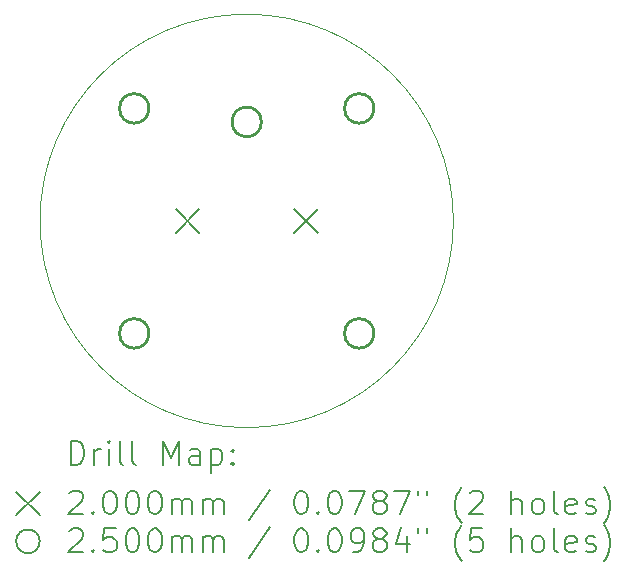
<source format=gbr>
%TF.GenerationSoftware,KiCad,Pcbnew,7.0.11+dfsg-1build4*%
%TF.CreationDate,2025-06-01T15:33:21-04:00*%
%TF.ProjectId,tek-cap-pcb,74656b2d-6361-4702-9d70-63622e6b6963,A*%
%TF.SameCoordinates,Original*%
%TF.FileFunction,Drillmap*%
%TF.FilePolarity,Positive*%
%FSLAX45Y45*%
G04 Gerber Fmt 4.5, Leading zero omitted, Abs format (unit mm)*
G04 Created by KiCad (PCBNEW 7.0.11+dfsg-1build4) date 2025-06-01 15:33:21*
%MOMM*%
%LPD*%
G01*
G04 APERTURE LIST*
%ADD10C,0.050000*%
%ADD11C,0.200000*%
%ADD12C,0.250000*%
G04 APERTURE END LIST*
D10*
X14450000Y-10160000D02*
G75*
G03*
X10950000Y-10160000I-1750000J0D01*
G01*
X10950000Y-10160000D02*
G75*
G03*
X14450000Y-10160000I1750000J0D01*
G01*
D11*
X12100000Y-10060000D02*
X12300000Y-10260000D01*
X12300000Y-10060000D02*
X12100000Y-10260000D01*
X13100000Y-10060000D02*
X13300000Y-10260000D01*
X13300000Y-10060000D02*
X13100000Y-10260000D01*
D12*
X11872500Y-9207500D02*
G75*
G03*
X11622500Y-9207500I-125000J0D01*
G01*
X11622500Y-9207500D02*
G75*
G03*
X11872500Y-9207500I125000J0D01*
G01*
X11872500Y-11112500D02*
G75*
G03*
X11622500Y-11112500I-125000J0D01*
G01*
X11622500Y-11112500D02*
G75*
G03*
X11872500Y-11112500I125000J0D01*
G01*
X12825000Y-9321800D02*
G75*
G03*
X12575000Y-9321800I-125000J0D01*
G01*
X12575000Y-9321800D02*
G75*
G03*
X12825000Y-9321800I125000J0D01*
G01*
X13777500Y-9207500D02*
G75*
G03*
X13527500Y-9207500I-125000J0D01*
G01*
X13527500Y-9207500D02*
G75*
G03*
X13777500Y-9207500I125000J0D01*
G01*
X13777500Y-11112500D02*
G75*
G03*
X13527500Y-11112500I-125000J0D01*
G01*
X13527500Y-11112500D02*
G75*
G03*
X13777500Y-11112500I125000J0D01*
G01*
D11*
X11208277Y-12223984D02*
X11208277Y-12023984D01*
X11208277Y-12023984D02*
X11255896Y-12023984D01*
X11255896Y-12023984D02*
X11284467Y-12033508D01*
X11284467Y-12033508D02*
X11303515Y-12052555D01*
X11303515Y-12052555D02*
X11313039Y-12071603D01*
X11313039Y-12071603D02*
X11322562Y-12109698D01*
X11322562Y-12109698D02*
X11322562Y-12138269D01*
X11322562Y-12138269D02*
X11313039Y-12176365D01*
X11313039Y-12176365D02*
X11303515Y-12195412D01*
X11303515Y-12195412D02*
X11284467Y-12214460D01*
X11284467Y-12214460D02*
X11255896Y-12223984D01*
X11255896Y-12223984D02*
X11208277Y-12223984D01*
X11408277Y-12223984D02*
X11408277Y-12090650D01*
X11408277Y-12128746D02*
X11417801Y-12109698D01*
X11417801Y-12109698D02*
X11427324Y-12100174D01*
X11427324Y-12100174D02*
X11446372Y-12090650D01*
X11446372Y-12090650D02*
X11465420Y-12090650D01*
X11532086Y-12223984D02*
X11532086Y-12090650D01*
X11532086Y-12023984D02*
X11522562Y-12033508D01*
X11522562Y-12033508D02*
X11532086Y-12043031D01*
X11532086Y-12043031D02*
X11541610Y-12033508D01*
X11541610Y-12033508D02*
X11532086Y-12023984D01*
X11532086Y-12023984D02*
X11532086Y-12043031D01*
X11655896Y-12223984D02*
X11636848Y-12214460D01*
X11636848Y-12214460D02*
X11627324Y-12195412D01*
X11627324Y-12195412D02*
X11627324Y-12023984D01*
X11760658Y-12223984D02*
X11741610Y-12214460D01*
X11741610Y-12214460D02*
X11732086Y-12195412D01*
X11732086Y-12195412D02*
X11732086Y-12023984D01*
X11989229Y-12223984D02*
X11989229Y-12023984D01*
X11989229Y-12023984D02*
X12055896Y-12166841D01*
X12055896Y-12166841D02*
X12122562Y-12023984D01*
X12122562Y-12023984D02*
X12122562Y-12223984D01*
X12303515Y-12223984D02*
X12303515Y-12119222D01*
X12303515Y-12119222D02*
X12293991Y-12100174D01*
X12293991Y-12100174D02*
X12274943Y-12090650D01*
X12274943Y-12090650D02*
X12236848Y-12090650D01*
X12236848Y-12090650D02*
X12217801Y-12100174D01*
X12303515Y-12214460D02*
X12284467Y-12223984D01*
X12284467Y-12223984D02*
X12236848Y-12223984D01*
X12236848Y-12223984D02*
X12217801Y-12214460D01*
X12217801Y-12214460D02*
X12208277Y-12195412D01*
X12208277Y-12195412D02*
X12208277Y-12176365D01*
X12208277Y-12176365D02*
X12217801Y-12157317D01*
X12217801Y-12157317D02*
X12236848Y-12147793D01*
X12236848Y-12147793D02*
X12284467Y-12147793D01*
X12284467Y-12147793D02*
X12303515Y-12138269D01*
X12398753Y-12090650D02*
X12398753Y-12290650D01*
X12398753Y-12100174D02*
X12417801Y-12090650D01*
X12417801Y-12090650D02*
X12455896Y-12090650D01*
X12455896Y-12090650D02*
X12474943Y-12100174D01*
X12474943Y-12100174D02*
X12484467Y-12109698D01*
X12484467Y-12109698D02*
X12493991Y-12128746D01*
X12493991Y-12128746D02*
X12493991Y-12185888D01*
X12493991Y-12185888D02*
X12484467Y-12204936D01*
X12484467Y-12204936D02*
X12474943Y-12214460D01*
X12474943Y-12214460D02*
X12455896Y-12223984D01*
X12455896Y-12223984D02*
X12417801Y-12223984D01*
X12417801Y-12223984D02*
X12398753Y-12214460D01*
X12579705Y-12204936D02*
X12589229Y-12214460D01*
X12589229Y-12214460D02*
X12579705Y-12223984D01*
X12579705Y-12223984D02*
X12570182Y-12214460D01*
X12570182Y-12214460D02*
X12579705Y-12204936D01*
X12579705Y-12204936D02*
X12579705Y-12223984D01*
X12579705Y-12100174D02*
X12589229Y-12109698D01*
X12589229Y-12109698D02*
X12579705Y-12119222D01*
X12579705Y-12119222D02*
X12570182Y-12109698D01*
X12570182Y-12109698D02*
X12579705Y-12100174D01*
X12579705Y-12100174D02*
X12579705Y-12119222D01*
X10747500Y-12452500D02*
X10947500Y-12652500D01*
X10947500Y-12452500D02*
X10747500Y-12652500D01*
X11198753Y-12463031D02*
X11208277Y-12453508D01*
X11208277Y-12453508D02*
X11227324Y-12443984D01*
X11227324Y-12443984D02*
X11274943Y-12443984D01*
X11274943Y-12443984D02*
X11293991Y-12453508D01*
X11293991Y-12453508D02*
X11303515Y-12463031D01*
X11303515Y-12463031D02*
X11313039Y-12482079D01*
X11313039Y-12482079D02*
X11313039Y-12501127D01*
X11313039Y-12501127D02*
X11303515Y-12529698D01*
X11303515Y-12529698D02*
X11189229Y-12643984D01*
X11189229Y-12643984D02*
X11313039Y-12643984D01*
X11398753Y-12624936D02*
X11408277Y-12634460D01*
X11408277Y-12634460D02*
X11398753Y-12643984D01*
X11398753Y-12643984D02*
X11389229Y-12634460D01*
X11389229Y-12634460D02*
X11398753Y-12624936D01*
X11398753Y-12624936D02*
X11398753Y-12643984D01*
X11532086Y-12443984D02*
X11551134Y-12443984D01*
X11551134Y-12443984D02*
X11570182Y-12453508D01*
X11570182Y-12453508D02*
X11579705Y-12463031D01*
X11579705Y-12463031D02*
X11589229Y-12482079D01*
X11589229Y-12482079D02*
X11598753Y-12520174D01*
X11598753Y-12520174D02*
X11598753Y-12567793D01*
X11598753Y-12567793D02*
X11589229Y-12605888D01*
X11589229Y-12605888D02*
X11579705Y-12624936D01*
X11579705Y-12624936D02*
X11570182Y-12634460D01*
X11570182Y-12634460D02*
X11551134Y-12643984D01*
X11551134Y-12643984D02*
X11532086Y-12643984D01*
X11532086Y-12643984D02*
X11513039Y-12634460D01*
X11513039Y-12634460D02*
X11503515Y-12624936D01*
X11503515Y-12624936D02*
X11493991Y-12605888D01*
X11493991Y-12605888D02*
X11484467Y-12567793D01*
X11484467Y-12567793D02*
X11484467Y-12520174D01*
X11484467Y-12520174D02*
X11493991Y-12482079D01*
X11493991Y-12482079D02*
X11503515Y-12463031D01*
X11503515Y-12463031D02*
X11513039Y-12453508D01*
X11513039Y-12453508D02*
X11532086Y-12443984D01*
X11722562Y-12443984D02*
X11741610Y-12443984D01*
X11741610Y-12443984D02*
X11760658Y-12453508D01*
X11760658Y-12453508D02*
X11770182Y-12463031D01*
X11770182Y-12463031D02*
X11779705Y-12482079D01*
X11779705Y-12482079D02*
X11789229Y-12520174D01*
X11789229Y-12520174D02*
X11789229Y-12567793D01*
X11789229Y-12567793D02*
X11779705Y-12605888D01*
X11779705Y-12605888D02*
X11770182Y-12624936D01*
X11770182Y-12624936D02*
X11760658Y-12634460D01*
X11760658Y-12634460D02*
X11741610Y-12643984D01*
X11741610Y-12643984D02*
X11722562Y-12643984D01*
X11722562Y-12643984D02*
X11703515Y-12634460D01*
X11703515Y-12634460D02*
X11693991Y-12624936D01*
X11693991Y-12624936D02*
X11684467Y-12605888D01*
X11684467Y-12605888D02*
X11674943Y-12567793D01*
X11674943Y-12567793D02*
X11674943Y-12520174D01*
X11674943Y-12520174D02*
X11684467Y-12482079D01*
X11684467Y-12482079D02*
X11693991Y-12463031D01*
X11693991Y-12463031D02*
X11703515Y-12453508D01*
X11703515Y-12453508D02*
X11722562Y-12443984D01*
X11913039Y-12443984D02*
X11932086Y-12443984D01*
X11932086Y-12443984D02*
X11951134Y-12453508D01*
X11951134Y-12453508D02*
X11960658Y-12463031D01*
X11960658Y-12463031D02*
X11970182Y-12482079D01*
X11970182Y-12482079D02*
X11979705Y-12520174D01*
X11979705Y-12520174D02*
X11979705Y-12567793D01*
X11979705Y-12567793D02*
X11970182Y-12605888D01*
X11970182Y-12605888D02*
X11960658Y-12624936D01*
X11960658Y-12624936D02*
X11951134Y-12634460D01*
X11951134Y-12634460D02*
X11932086Y-12643984D01*
X11932086Y-12643984D02*
X11913039Y-12643984D01*
X11913039Y-12643984D02*
X11893991Y-12634460D01*
X11893991Y-12634460D02*
X11884467Y-12624936D01*
X11884467Y-12624936D02*
X11874943Y-12605888D01*
X11874943Y-12605888D02*
X11865420Y-12567793D01*
X11865420Y-12567793D02*
X11865420Y-12520174D01*
X11865420Y-12520174D02*
X11874943Y-12482079D01*
X11874943Y-12482079D02*
X11884467Y-12463031D01*
X11884467Y-12463031D02*
X11893991Y-12453508D01*
X11893991Y-12453508D02*
X11913039Y-12443984D01*
X12065420Y-12643984D02*
X12065420Y-12510650D01*
X12065420Y-12529698D02*
X12074943Y-12520174D01*
X12074943Y-12520174D02*
X12093991Y-12510650D01*
X12093991Y-12510650D02*
X12122563Y-12510650D01*
X12122563Y-12510650D02*
X12141610Y-12520174D01*
X12141610Y-12520174D02*
X12151134Y-12539222D01*
X12151134Y-12539222D02*
X12151134Y-12643984D01*
X12151134Y-12539222D02*
X12160658Y-12520174D01*
X12160658Y-12520174D02*
X12179705Y-12510650D01*
X12179705Y-12510650D02*
X12208277Y-12510650D01*
X12208277Y-12510650D02*
X12227324Y-12520174D01*
X12227324Y-12520174D02*
X12236848Y-12539222D01*
X12236848Y-12539222D02*
X12236848Y-12643984D01*
X12332086Y-12643984D02*
X12332086Y-12510650D01*
X12332086Y-12529698D02*
X12341610Y-12520174D01*
X12341610Y-12520174D02*
X12360658Y-12510650D01*
X12360658Y-12510650D02*
X12389229Y-12510650D01*
X12389229Y-12510650D02*
X12408277Y-12520174D01*
X12408277Y-12520174D02*
X12417801Y-12539222D01*
X12417801Y-12539222D02*
X12417801Y-12643984D01*
X12417801Y-12539222D02*
X12427324Y-12520174D01*
X12427324Y-12520174D02*
X12446372Y-12510650D01*
X12446372Y-12510650D02*
X12474943Y-12510650D01*
X12474943Y-12510650D02*
X12493991Y-12520174D01*
X12493991Y-12520174D02*
X12503515Y-12539222D01*
X12503515Y-12539222D02*
X12503515Y-12643984D01*
X12893991Y-12434460D02*
X12722563Y-12691603D01*
X13151134Y-12443984D02*
X13170182Y-12443984D01*
X13170182Y-12443984D02*
X13189229Y-12453508D01*
X13189229Y-12453508D02*
X13198753Y-12463031D01*
X13198753Y-12463031D02*
X13208277Y-12482079D01*
X13208277Y-12482079D02*
X13217801Y-12520174D01*
X13217801Y-12520174D02*
X13217801Y-12567793D01*
X13217801Y-12567793D02*
X13208277Y-12605888D01*
X13208277Y-12605888D02*
X13198753Y-12624936D01*
X13198753Y-12624936D02*
X13189229Y-12634460D01*
X13189229Y-12634460D02*
X13170182Y-12643984D01*
X13170182Y-12643984D02*
X13151134Y-12643984D01*
X13151134Y-12643984D02*
X13132086Y-12634460D01*
X13132086Y-12634460D02*
X13122563Y-12624936D01*
X13122563Y-12624936D02*
X13113039Y-12605888D01*
X13113039Y-12605888D02*
X13103515Y-12567793D01*
X13103515Y-12567793D02*
X13103515Y-12520174D01*
X13103515Y-12520174D02*
X13113039Y-12482079D01*
X13113039Y-12482079D02*
X13122563Y-12463031D01*
X13122563Y-12463031D02*
X13132086Y-12453508D01*
X13132086Y-12453508D02*
X13151134Y-12443984D01*
X13303515Y-12624936D02*
X13313039Y-12634460D01*
X13313039Y-12634460D02*
X13303515Y-12643984D01*
X13303515Y-12643984D02*
X13293991Y-12634460D01*
X13293991Y-12634460D02*
X13303515Y-12624936D01*
X13303515Y-12624936D02*
X13303515Y-12643984D01*
X13436848Y-12443984D02*
X13455896Y-12443984D01*
X13455896Y-12443984D02*
X13474944Y-12453508D01*
X13474944Y-12453508D02*
X13484467Y-12463031D01*
X13484467Y-12463031D02*
X13493991Y-12482079D01*
X13493991Y-12482079D02*
X13503515Y-12520174D01*
X13503515Y-12520174D02*
X13503515Y-12567793D01*
X13503515Y-12567793D02*
X13493991Y-12605888D01*
X13493991Y-12605888D02*
X13484467Y-12624936D01*
X13484467Y-12624936D02*
X13474944Y-12634460D01*
X13474944Y-12634460D02*
X13455896Y-12643984D01*
X13455896Y-12643984D02*
X13436848Y-12643984D01*
X13436848Y-12643984D02*
X13417801Y-12634460D01*
X13417801Y-12634460D02*
X13408277Y-12624936D01*
X13408277Y-12624936D02*
X13398753Y-12605888D01*
X13398753Y-12605888D02*
X13389229Y-12567793D01*
X13389229Y-12567793D02*
X13389229Y-12520174D01*
X13389229Y-12520174D02*
X13398753Y-12482079D01*
X13398753Y-12482079D02*
X13408277Y-12463031D01*
X13408277Y-12463031D02*
X13417801Y-12453508D01*
X13417801Y-12453508D02*
X13436848Y-12443984D01*
X13570182Y-12443984D02*
X13703515Y-12443984D01*
X13703515Y-12443984D02*
X13617801Y-12643984D01*
X13808277Y-12529698D02*
X13789229Y-12520174D01*
X13789229Y-12520174D02*
X13779706Y-12510650D01*
X13779706Y-12510650D02*
X13770182Y-12491603D01*
X13770182Y-12491603D02*
X13770182Y-12482079D01*
X13770182Y-12482079D02*
X13779706Y-12463031D01*
X13779706Y-12463031D02*
X13789229Y-12453508D01*
X13789229Y-12453508D02*
X13808277Y-12443984D01*
X13808277Y-12443984D02*
X13846372Y-12443984D01*
X13846372Y-12443984D02*
X13865420Y-12453508D01*
X13865420Y-12453508D02*
X13874944Y-12463031D01*
X13874944Y-12463031D02*
X13884467Y-12482079D01*
X13884467Y-12482079D02*
X13884467Y-12491603D01*
X13884467Y-12491603D02*
X13874944Y-12510650D01*
X13874944Y-12510650D02*
X13865420Y-12520174D01*
X13865420Y-12520174D02*
X13846372Y-12529698D01*
X13846372Y-12529698D02*
X13808277Y-12529698D01*
X13808277Y-12529698D02*
X13789229Y-12539222D01*
X13789229Y-12539222D02*
X13779706Y-12548746D01*
X13779706Y-12548746D02*
X13770182Y-12567793D01*
X13770182Y-12567793D02*
X13770182Y-12605888D01*
X13770182Y-12605888D02*
X13779706Y-12624936D01*
X13779706Y-12624936D02*
X13789229Y-12634460D01*
X13789229Y-12634460D02*
X13808277Y-12643984D01*
X13808277Y-12643984D02*
X13846372Y-12643984D01*
X13846372Y-12643984D02*
X13865420Y-12634460D01*
X13865420Y-12634460D02*
X13874944Y-12624936D01*
X13874944Y-12624936D02*
X13884467Y-12605888D01*
X13884467Y-12605888D02*
X13884467Y-12567793D01*
X13884467Y-12567793D02*
X13874944Y-12548746D01*
X13874944Y-12548746D02*
X13865420Y-12539222D01*
X13865420Y-12539222D02*
X13846372Y-12529698D01*
X13951134Y-12443984D02*
X14084467Y-12443984D01*
X14084467Y-12443984D02*
X13998753Y-12643984D01*
X14151134Y-12443984D02*
X14151134Y-12482079D01*
X14227325Y-12443984D02*
X14227325Y-12482079D01*
X14522563Y-12720174D02*
X14513039Y-12710650D01*
X14513039Y-12710650D02*
X14493991Y-12682079D01*
X14493991Y-12682079D02*
X14484468Y-12663031D01*
X14484468Y-12663031D02*
X14474944Y-12634460D01*
X14474944Y-12634460D02*
X14465420Y-12586841D01*
X14465420Y-12586841D02*
X14465420Y-12548746D01*
X14465420Y-12548746D02*
X14474944Y-12501127D01*
X14474944Y-12501127D02*
X14484468Y-12472555D01*
X14484468Y-12472555D02*
X14493991Y-12453508D01*
X14493991Y-12453508D02*
X14513039Y-12424936D01*
X14513039Y-12424936D02*
X14522563Y-12415412D01*
X14589229Y-12463031D02*
X14598753Y-12453508D01*
X14598753Y-12453508D02*
X14617801Y-12443984D01*
X14617801Y-12443984D02*
X14665420Y-12443984D01*
X14665420Y-12443984D02*
X14684468Y-12453508D01*
X14684468Y-12453508D02*
X14693991Y-12463031D01*
X14693991Y-12463031D02*
X14703515Y-12482079D01*
X14703515Y-12482079D02*
X14703515Y-12501127D01*
X14703515Y-12501127D02*
X14693991Y-12529698D01*
X14693991Y-12529698D02*
X14579706Y-12643984D01*
X14579706Y-12643984D02*
X14703515Y-12643984D01*
X14941610Y-12643984D02*
X14941610Y-12443984D01*
X15027325Y-12643984D02*
X15027325Y-12539222D01*
X15027325Y-12539222D02*
X15017801Y-12520174D01*
X15017801Y-12520174D02*
X14998753Y-12510650D01*
X14998753Y-12510650D02*
X14970182Y-12510650D01*
X14970182Y-12510650D02*
X14951134Y-12520174D01*
X14951134Y-12520174D02*
X14941610Y-12529698D01*
X15151134Y-12643984D02*
X15132087Y-12634460D01*
X15132087Y-12634460D02*
X15122563Y-12624936D01*
X15122563Y-12624936D02*
X15113039Y-12605888D01*
X15113039Y-12605888D02*
X15113039Y-12548746D01*
X15113039Y-12548746D02*
X15122563Y-12529698D01*
X15122563Y-12529698D02*
X15132087Y-12520174D01*
X15132087Y-12520174D02*
X15151134Y-12510650D01*
X15151134Y-12510650D02*
X15179706Y-12510650D01*
X15179706Y-12510650D02*
X15198753Y-12520174D01*
X15198753Y-12520174D02*
X15208277Y-12529698D01*
X15208277Y-12529698D02*
X15217801Y-12548746D01*
X15217801Y-12548746D02*
X15217801Y-12605888D01*
X15217801Y-12605888D02*
X15208277Y-12624936D01*
X15208277Y-12624936D02*
X15198753Y-12634460D01*
X15198753Y-12634460D02*
X15179706Y-12643984D01*
X15179706Y-12643984D02*
X15151134Y-12643984D01*
X15332087Y-12643984D02*
X15313039Y-12634460D01*
X15313039Y-12634460D02*
X15303515Y-12615412D01*
X15303515Y-12615412D02*
X15303515Y-12443984D01*
X15484468Y-12634460D02*
X15465420Y-12643984D01*
X15465420Y-12643984D02*
X15427325Y-12643984D01*
X15427325Y-12643984D02*
X15408277Y-12634460D01*
X15408277Y-12634460D02*
X15398753Y-12615412D01*
X15398753Y-12615412D02*
X15398753Y-12539222D01*
X15398753Y-12539222D02*
X15408277Y-12520174D01*
X15408277Y-12520174D02*
X15427325Y-12510650D01*
X15427325Y-12510650D02*
X15465420Y-12510650D01*
X15465420Y-12510650D02*
X15484468Y-12520174D01*
X15484468Y-12520174D02*
X15493991Y-12539222D01*
X15493991Y-12539222D02*
X15493991Y-12558269D01*
X15493991Y-12558269D02*
X15398753Y-12577317D01*
X15570182Y-12634460D02*
X15589230Y-12643984D01*
X15589230Y-12643984D02*
X15627325Y-12643984D01*
X15627325Y-12643984D02*
X15646372Y-12634460D01*
X15646372Y-12634460D02*
X15655896Y-12615412D01*
X15655896Y-12615412D02*
X15655896Y-12605888D01*
X15655896Y-12605888D02*
X15646372Y-12586841D01*
X15646372Y-12586841D02*
X15627325Y-12577317D01*
X15627325Y-12577317D02*
X15598753Y-12577317D01*
X15598753Y-12577317D02*
X15579706Y-12567793D01*
X15579706Y-12567793D02*
X15570182Y-12548746D01*
X15570182Y-12548746D02*
X15570182Y-12539222D01*
X15570182Y-12539222D02*
X15579706Y-12520174D01*
X15579706Y-12520174D02*
X15598753Y-12510650D01*
X15598753Y-12510650D02*
X15627325Y-12510650D01*
X15627325Y-12510650D02*
X15646372Y-12520174D01*
X15722563Y-12720174D02*
X15732087Y-12710650D01*
X15732087Y-12710650D02*
X15751134Y-12682079D01*
X15751134Y-12682079D02*
X15760658Y-12663031D01*
X15760658Y-12663031D02*
X15770182Y-12634460D01*
X15770182Y-12634460D02*
X15779706Y-12586841D01*
X15779706Y-12586841D02*
X15779706Y-12548746D01*
X15779706Y-12548746D02*
X15770182Y-12501127D01*
X15770182Y-12501127D02*
X15760658Y-12472555D01*
X15760658Y-12472555D02*
X15751134Y-12453508D01*
X15751134Y-12453508D02*
X15732087Y-12424936D01*
X15732087Y-12424936D02*
X15722563Y-12415412D01*
X10947500Y-12872500D02*
G75*
G03*
X10747500Y-12872500I-100000J0D01*
G01*
X10747500Y-12872500D02*
G75*
G03*
X10947500Y-12872500I100000J0D01*
G01*
X11198753Y-12783031D02*
X11208277Y-12773508D01*
X11208277Y-12773508D02*
X11227324Y-12763984D01*
X11227324Y-12763984D02*
X11274943Y-12763984D01*
X11274943Y-12763984D02*
X11293991Y-12773508D01*
X11293991Y-12773508D02*
X11303515Y-12783031D01*
X11303515Y-12783031D02*
X11313039Y-12802079D01*
X11313039Y-12802079D02*
X11313039Y-12821127D01*
X11313039Y-12821127D02*
X11303515Y-12849698D01*
X11303515Y-12849698D02*
X11189229Y-12963984D01*
X11189229Y-12963984D02*
X11313039Y-12963984D01*
X11398753Y-12944936D02*
X11408277Y-12954460D01*
X11408277Y-12954460D02*
X11398753Y-12963984D01*
X11398753Y-12963984D02*
X11389229Y-12954460D01*
X11389229Y-12954460D02*
X11398753Y-12944936D01*
X11398753Y-12944936D02*
X11398753Y-12963984D01*
X11589229Y-12763984D02*
X11493991Y-12763984D01*
X11493991Y-12763984D02*
X11484467Y-12859222D01*
X11484467Y-12859222D02*
X11493991Y-12849698D01*
X11493991Y-12849698D02*
X11513039Y-12840174D01*
X11513039Y-12840174D02*
X11560658Y-12840174D01*
X11560658Y-12840174D02*
X11579705Y-12849698D01*
X11579705Y-12849698D02*
X11589229Y-12859222D01*
X11589229Y-12859222D02*
X11598753Y-12878269D01*
X11598753Y-12878269D02*
X11598753Y-12925888D01*
X11598753Y-12925888D02*
X11589229Y-12944936D01*
X11589229Y-12944936D02*
X11579705Y-12954460D01*
X11579705Y-12954460D02*
X11560658Y-12963984D01*
X11560658Y-12963984D02*
X11513039Y-12963984D01*
X11513039Y-12963984D02*
X11493991Y-12954460D01*
X11493991Y-12954460D02*
X11484467Y-12944936D01*
X11722562Y-12763984D02*
X11741610Y-12763984D01*
X11741610Y-12763984D02*
X11760658Y-12773508D01*
X11760658Y-12773508D02*
X11770182Y-12783031D01*
X11770182Y-12783031D02*
X11779705Y-12802079D01*
X11779705Y-12802079D02*
X11789229Y-12840174D01*
X11789229Y-12840174D02*
X11789229Y-12887793D01*
X11789229Y-12887793D02*
X11779705Y-12925888D01*
X11779705Y-12925888D02*
X11770182Y-12944936D01*
X11770182Y-12944936D02*
X11760658Y-12954460D01*
X11760658Y-12954460D02*
X11741610Y-12963984D01*
X11741610Y-12963984D02*
X11722562Y-12963984D01*
X11722562Y-12963984D02*
X11703515Y-12954460D01*
X11703515Y-12954460D02*
X11693991Y-12944936D01*
X11693991Y-12944936D02*
X11684467Y-12925888D01*
X11684467Y-12925888D02*
X11674943Y-12887793D01*
X11674943Y-12887793D02*
X11674943Y-12840174D01*
X11674943Y-12840174D02*
X11684467Y-12802079D01*
X11684467Y-12802079D02*
X11693991Y-12783031D01*
X11693991Y-12783031D02*
X11703515Y-12773508D01*
X11703515Y-12773508D02*
X11722562Y-12763984D01*
X11913039Y-12763984D02*
X11932086Y-12763984D01*
X11932086Y-12763984D02*
X11951134Y-12773508D01*
X11951134Y-12773508D02*
X11960658Y-12783031D01*
X11960658Y-12783031D02*
X11970182Y-12802079D01*
X11970182Y-12802079D02*
X11979705Y-12840174D01*
X11979705Y-12840174D02*
X11979705Y-12887793D01*
X11979705Y-12887793D02*
X11970182Y-12925888D01*
X11970182Y-12925888D02*
X11960658Y-12944936D01*
X11960658Y-12944936D02*
X11951134Y-12954460D01*
X11951134Y-12954460D02*
X11932086Y-12963984D01*
X11932086Y-12963984D02*
X11913039Y-12963984D01*
X11913039Y-12963984D02*
X11893991Y-12954460D01*
X11893991Y-12954460D02*
X11884467Y-12944936D01*
X11884467Y-12944936D02*
X11874943Y-12925888D01*
X11874943Y-12925888D02*
X11865420Y-12887793D01*
X11865420Y-12887793D02*
X11865420Y-12840174D01*
X11865420Y-12840174D02*
X11874943Y-12802079D01*
X11874943Y-12802079D02*
X11884467Y-12783031D01*
X11884467Y-12783031D02*
X11893991Y-12773508D01*
X11893991Y-12773508D02*
X11913039Y-12763984D01*
X12065420Y-12963984D02*
X12065420Y-12830650D01*
X12065420Y-12849698D02*
X12074943Y-12840174D01*
X12074943Y-12840174D02*
X12093991Y-12830650D01*
X12093991Y-12830650D02*
X12122563Y-12830650D01*
X12122563Y-12830650D02*
X12141610Y-12840174D01*
X12141610Y-12840174D02*
X12151134Y-12859222D01*
X12151134Y-12859222D02*
X12151134Y-12963984D01*
X12151134Y-12859222D02*
X12160658Y-12840174D01*
X12160658Y-12840174D02*
X12179705Y-12830650D01*
X12179705Y-12830650D02*
X12208277Y-12830650D01*
X12208277Y-12830650D02*
X12227324Y-12840174D01*
X12227324Y-12840174D02*
X12236848Y-12859222D01*
X12236848Y-12859222D02*
X12236848Y-12963984D01*
X12332086Y-12963984D02*
X12332086Y-12830650D01*
X12332086Y-12849698D02*
X12341610Y-12840174D01*
X12341610Y-12840174D02*
X12360658Y-12830650D01*
X12360658Y-12830650D02*
X12389229Y-12830650D01*
X12389229Y-12830650D02*
X12408277Y-12840174D01*
X12408277Y-12840174D02*
X12417801Y-12859222D01*
X12417801Y-12859222D02*
X12417801Y-12963984D01*
X12417801Y-12859222D02*
X12427324Y-12840174D01*
X12427324Y-12840174D02*
X12446372Y-12830650D01*
X12446372Y-12830650D02*
X12474943Y-12830650D01*
X12474943Y-12830650D02*
X12493991Y-12840174D01*
X12493991Y-12840174D02*
X12503515Y-12859222D01*
X12503515Y-12859222D02*
X12503515Y-12963984D01*
X12893991Y-12754460D02*
X12722563Y-13011603D01*
X13151134Y-12763984D02*
X13170182Y-12763984D01*
X13170182Y-12763984D02*
X13189229Y-12773508D01*
X13189229Y-12773508D02*
X13198753Y-12783031D01*
X13198753Y-12783031D02*
X13208277Y-12802079D01*
X13208277Y-12802079D02*
X13217801Y-12840174D01*
X13217801Y-12840174D02*
X13217801Y-12887793D01*
X13217801Y-12887793D02*
X13208277Y-12925888D01*
X13208277Y-12925888D02*
X13198753Y-12944936D01*
X13198753Y-12944936D02*
X13189229Y-12954460D01*
X13189229Y-12954460D02*
X13170182Y-12963984D01*
X13170182Y-12963984D02*
X13151134Y-12963984D01*
X13151134Y-12963984D02*
X13132086Y-12954460D01*
X13132086Y-12954460D02*
X13122563Y-12944936D01*
X13122563Y-12944936D02*
X13113039Y-12925888D01*
X13113039Y-12925888D02*
X13103515Y-12887793D01*
X13103515Y-12887793D02*
X13103515Y-12840174D01*
X13103515Y-12840174D02*
X13113039Y-12802079D01*
X13113039Y-12802079D02*
X13122563Y-12783031D01*
X13122563Y-12783031D02*
X13132086Y-12773508D01*
X13132086Y-12773508D02*
X13151134Y-12763984D01*
X13303515Y-12944936D02*
X13313039Y-12954460D01*
X13313039Y-12954460D02*
X13303515Y-12963984D01*
X13303515Y-12963984D02*
X13293991Y-12954460D01*
X13293991Y-12954460D02*
X13303515Y-12944936D01*
X13303515Y-12944936D02*
X13303515Y-12963984D01*
X13436848Y-12763984D02*
X13455896Y-12763984D01*
X13455896Y-12763984D02*
X13474944Y-12773508D01*
X13474944Y-12773508D02*
X13484467Y-12783031D01*
X13484467Y-12783031D02*
X13493991Y-12802079D01*
X13493991Y-12802079D02*
X13503515Y-12840174D01*
X13503515Y-12840174D02*
X13503515Y-12887793D01*
X13503515Y-12887793D02*
X13493991Y-12925888D01*
X13493991Y-12925888D02*
X13484467Y-12944936D01*
X13484467Y-12944936D02*
X13474944Y-12954460D01*
X13474944Y-12954460D02*
X13455896Y-12963984D01*
X13455896Y-12963984D02*
X13436848Y-12963984D01*
X13436848Y-12963984D02*
X13417801Y-12954460D01*
X13417801Y-12954460D02*
X13408277Y-12944936D01*
X13408277Y-12944936D02*
X13398753Y-12925888D01*
X13398753Y-12925888D02*
X13389229Y-12887793D01*
X13389229Y-12887793D02*
X13389229Y-12840174D01*
X13389229Y-12840174D02*
X13398753Y-12802079D01*
X13398753Y-12802079D02*
X13408277Y-12783031D01*
X13408277Y-12783031D02*
X13417801Y-12773508D01*
X13417801Y-12773508D02*
X13436848Y-12763984D01*
X13598753Y-12963984D02*
X13636848Y-12963984D01*
X13636848Y-12963984D02*
X13655896Y-12954460D01*
X13655896Y-12954460D02*
X13665420Y-12944936D01*
X13665420Y-12944936D02*
X13684467Y-12916365D01*
X13684467Y-12916365D02*
X13693991Y-12878269D01*
X13693991Y-12878269D02*
X13693991Y-12802079D01*
X13693991Y-12802079D02*
X13684467Y-12783031D01*
X13684467Y-12783031D02*
X13674944Y-12773508D01*
X13674944Y-12773508D02*
X13655896Y-12763984D01*
X13655896Y-12763984D02*
X13617801Y-12763984D01*
X13617801Y-12763984D02*
X13598753Y-12773508D01*
X13598753Y-12773508D02*
X13589229Y-12783031D01*
X13589229Y-12783031D02*
X13579706Y-12802079D01*
X13579706Y-12802079D02*
X13579706Y-12849698D01*
X13579706Y-12849698D02*
X13589229Y-12868746D01*
X13589229Y-12868746D02*
X13598753Y-12878269D01*
X13598753Y-12878269D02*
X13617801Y-12887793D01*
X13617801Y-12887793D02*
X13655896Y-12887793D01*
X13655896Y-12887793D02*
X13674944Y-12878269D01*
X13674944Y-12878269D02*
X13684467Y-12868746D01*
X13684467Y-12868746D02*
X13693991Y-12849698D01*
X13808277Y-12849698D02*
X13789229Y-12840174D01*
X13789229Y-12840174D02*
X13779706Y-12830650D01*
X13779706Y-12830650D02*
X13770182Y-12811603D01*
X13770182Y-12811603D02*
X13770182Y-12802079D01*
X13770182Y-12802079D02*
X13779706Y-12783031D01*
X13779706Y-12783031D02*
X13789229Y-12773508D01*
X13789229Y-12773508D02*
X13808277Y-12763984D01*
X13808277Y-12763984D02*
X13846372Y-12763984D01*
X13846372Y-12763984D02*
X13865420Y-12773508D01*
X13865420Y-12773508D02*
X13874944Y-12783031D01*
X13874944Y-12783031D02*
X13884467Y-12802079D01*
X13884467Y-12802079D02*
X13884467Y-12811603D01*
X13884467Y-12811603D02*
X13874944Y-12830650D01*
X13874944Y-12830650D02*
X13865420Y-12840174D01*
X13865420Y-12840174D02*
X13846372Y-12849698D01*
X13846372Y-12849698D02*
X13808277Y-12849698D01*
X13808277Y-12849698D02*
X13789229Y-12859222D01*
X13789229Y-12859222D02*
X13779706Y-12868746D01*
X13779706Y-12868746D02*
X13770182Y-12887793D01*
X13770182Y-12887793D02*
X13770182Y-12925888D01*
X13770182Y-12925888D02*
X13779706Y-12944936D01*
X13779706Y-12944936D02*
X13789229Y-12954460D01*
X13789229Y-12954460D02*
X13808277Y-12963984D01*
X13808277Y-12963984D02*
X13846372Y-12963984D01*
X13846372Y-12963984D02*
X13865420Y-12954460D01*
X13865420Y-12954460D02*
X13874944Y-12944936D01*
X13874944Y-12944936D02*
X13884467Y-12925888D01*
X13884467Y-12925888D02*
X13884467Y-12887793D01*
X13884467Y-12887793D02*
X13874944Y-12868746D01*
X13874944Y-12868746D02*
X13865420Y-12859222D01*
X13865420Y-12859222D02*
X13846372Y-12849698D01*
X14055896Y-12830650D02*
X14055896Y-12963984D01*
X14008277Y-12754460D02*
X13960658Y-12897317D01*
X13960658Y-12897317D02*
X14084467Y-12897317D01*
X14151134Y-12763984D02*
X14151134Y-12802079D01*
X14227325Y-12763984D02*
X14227325Y-12802079D01*
X14522563Y-13040174D02*
X14513039Y-13030650D01*
X14513039Y-13030650D02*
X14493991Y-13002079D01*
X14493991Y-13002079D02*
X14484468Y-12983031D01*
X14484468Y-12983031D02*
X14474944Y-12954460D01*
X14474944Y-12954460D02*
X14465420Y-12906841D01*
X14465420Y-12906841D02*
X14465420Y-12868746D01*
X14465420Y-12868746D02*
X14474944Y-12821127D01*
X14474944Y-12821127D02*
X14484468Y-12792555D01*
X14484468Y-12792555D02*
X14493991Y-12773508D01*
X14493991Y-12773508D02*
X14513039Y-12744936D01*
X14513039Y-12744936D02*
X14522563Y-12735412D01*
X14693991Y-12763984D02*
X14598753Y-12763984D01*
X14598753Y-12763984D02*
X14589229Y-12859222D01*
X14589229Y-12859222D02*
X14598753Y-12849698D01*
X14598753Y-12849698D02*
X14617801Y-12840174D01*
X14617801Y-12840174D02*
X14665420Y-12840174D01*
X14665420Y-12840174D02*
X14684468Y-12849698D01*
X14684468Y-12849698D02*
X14693991Y-12859222D01*
X14693991Y-12859222D02*
X14703515Y-12878269D01*
X14703515Y-12878269D02*
X14703515Y-12925888D01*
X14703515Y-12925888D02*
X14693991Y-12944936D01*
X14693991Y-12944936D02*
X14684468Y-12954460D01*
X14684468Y-12954460D02*
X14665420Y-12963984D01*
X14665420Y-12963984D02*
X14617801Y-12963984D01*
X14617801Y-12963984D02*
X14598753Y-12954460D01*
X14598753Y-12954460D02*
X14589229Y-12944936D01*
X14941610Y-12963984D02*
X14941610Y-12763984D01*
X15027325Y-12963984D02*
X15027325Y-12859222D01*
X15027325Y-12859222D02*
X15017801Y-12840174D01*
X15017801Y-12840174D02*
X14998753Y-12830650D01*
X14998753Y-12830650D02*
X14970182Y-12830650D01*
X14970182Y-12830650D02*
X14951134Y-12840174D01*
X14951134Y-12840174D02*
X14941610Y-12849698D01*
X15151134Y-12963984D02*
X15132087Y-12954460D01*
X15132087Y-12954460D02*
X15122563Y-12944936D01*
X15122563Y-12944936D02*
X15113039Y-12925888D01*
X15113039Y-12925888D02*
X15113039Y-12868746D01*
X15113039Y-12868746D02*
X15122563Y-12849698D01*
X15122563Y-12849698D02*
X15132087Y-12840174D01*
X15132087Y-12840174D02*
X15151134Y-12830650D01*
X15151134Y-12830650D02*
X15179706Y-12830650D01*
X15179706Y-12830650D02*
X15198753Y-12840174D01*
X15198753Y-12840174D02*
X15208277Y-12849698D01*
X15208277Y-12849698D02*
X15217801Y-12868746D01*
X15217801Y-12868746D02*
X15217801Y-12925888D01*
X15217801Y-12925888D02*
X15208277Y-12944936D01*
X15208277Y-12944936D02*
X15198753Y-12954460D01*
X15198753Y-12954460D02*
X15179706Y-12963984D01*
X15179706Y-12963984D02*
X15151134Y-12963984D01*
X15332087Y-12963984D02*
X15313039Y-12954460D01*
X15313039Y-12954460D02*
X15303515Y-12935412D01*
X15303515Y-12935412D02*
X15303515Y-12763984D01*
X15484468Y-12954460D02*
X15465420Y-12963984D01*
X15465420Y-12963984D02*
X15427325Y-12963984D01*
X15427325Y-12963984D02*
X15408277Y-12954460D01*
X15408277Y-12954460D02*
X15398753Y-12935412D01*
X15398753Y-12935412D02*
X15398753Y-12859222D01*
X15398753Y-12859222D02*
X15408277Y-12840174D01*
X15408277Y-12840174D02*
X15427325Y-12830650D01*
X15427325Y-12830650D02*
X15465420Y-12830650D01*
X15465420Y-12830650D02*
X15484468Y-12840174D01*
X15484468Y-12840174D02*
X15493991Y-12859222D01*
X15493991Y-12859222D02*
X15493991Y-12878269D01*
X15493991Y-12878269D02*
X15398753Y-12897317D01*
X15570182Y-12954460D02*
X15589230Y-12963984D01*
X15589230Y-12963984D02*
X15627325Y-12963984D01*
X15627325Y-12963984D02*
X15646372Y-12954460D01*
X15646372Y-12954460D02*
X15655896Y-12935412D01*
X15655896Y-12935412D02*
X15655896Y-12925888D01*
X15655896Y-12925888D02*
X15646372Y-12906841D01*
X15646372Y-12906841D02*
X15627325Y-12897317D01*
X15627325Y-12897317D02*
X15598753Y-12897317D01*
X15598753Y-12897317D02*
X15579706Y-12887793D01*
X15579706Y-12887793D02*
X15570182Y-12868746D01*
X15570182Y-12868746D02*
X15570182Y-12859222D01*
X15570182Y-12859222D02*
X15579706Y-12840174D01*
X15579706Y-12840174D02*
X15598753Y-12830650D01*
X15598753Y-12830650D02*
X15627325Y-12830650D01*
X15627325Y-12830650D02*
X15646372Y-12840174D01*
X15722563Y-13040174D02*
X15732087Y-13030650D01*
X15732087Y-13030650D02*
X15751134Y-13002079D01*
X15751134Y-13002079D02*
X15760658Y-12983031D01*
X15760658Y-12983031D02*
X15770182Y-12954460D01*
X15770182Y-12954460D02*
X15779706Y-12906841D01*
X15779706Y-12906841D02*
X15779706Y-12868746D01*
X15779706Y-12868746D02*
X15770182Y-12821127D01*
X15770182Y-12821127D02*
X15760658Y-12792555D01*
X15760658Y-12792555D02*
X15751134Y-12773508D01*
X15751134Y-12773508D02*
X15732087Y-12744936D01*
X15732087Y-12744936D02*
X15722563Y-12735412D01*
M02*

</source>
